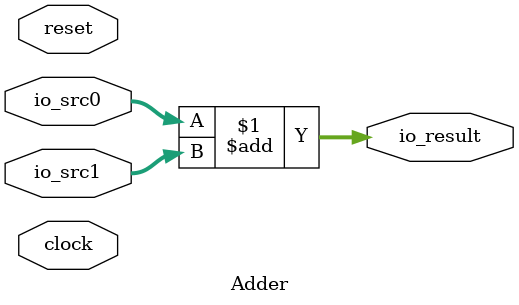
<source format=v>
module Adder(
  input         clock,
  input         reset,
  input  [63:0] io_src0,
  input  [63:0] io_src1,
  output [63:0] io_result
);
  assign io_result = io_src0 + io_src1; // @[Adder.scala 13:24]
endmodule

</source>
